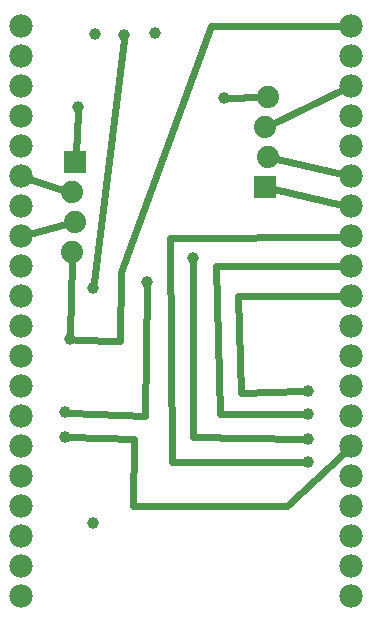
<source format=gbl>
G04 MADE WITH FRITZING*
G04 WWW.FRITZING.ORG*
G04 DOUBLE SIDED*
G04 HOLES PLATED*
G04 CONTOUR ON CENTER OF CONTOUR VECTOR*
%ASAXBY*%
%FSLAX23Y23*%
%MOIN*%
%OFA0B0*%
%SFA1.0B1.0*%
%ADD10C,0.039370*%
%ADD11C,0.078000*%
%ADD12C,0.074000*%
%ADD13C,0.024000*%
%ADD14R,0.001000X0.001000*%
%LNCOPPER0*%
G90*
G70*
G54D10*
X1030Y742D03*
X1030Y666D03*
X1030Y583D03*
X647Y1187D03*
X521Y1935D03*
X321Y1932D03*
X418Y1931D03*
G54D11*
X1172Y1958D03*
X1172Y1858D03*
X1172Y1758D03*
X1172Y1658D03*
X1172Y1558D03*
X1172Y1458D03*
X1172Y1358D03*
X1172Y1258D03*
X1172Y1158D03*
X1172Y1058D03*
X1172Y958D03*
X1172Y858D03*
X1172Y758D03*
X1172Y658D03*
X1172Y558D03*
X1172Y458D03*
X1172Y358D03*
X1172Y258D03*
X1172Y158D03*
X1172Y58D03*
X1172Y1958D03*
X1172Y1858D03*
X1172Y1758D03*
X1172Y1658D03*
X1172Y1558D03*
X1172Y1458D03*
X1172Y1358D03*
X1172Y1258D03*
X1172Y1158D03*
X1172Y1058D03*
X1172Y958D03*
X1172Y858D03*
X1172Y758D03*
X1172Y658D03*
X1172Y558D03*
X1172Y458D03*
X1172Y358D03*
X1172Y258D03*
X1172Y158D03*
X1172Y58D03*
X72Y1958D03*
X72Y1858D03*
X72Y1758D03*
X72Y1658D03*
X72Y1558D03*
X72Y1458D03*
X72Y1358D03*
X72Y1258D03*
X72Y1158D03*
X72Y1058D03*
X72Y958D03*
X72Y858D03*
X72Y758D03*
X72Y658D03*
X72Y558D03*
X72Y458D03*
X72Y358D03*
X72Y258D03*
X72Y158D03*
X72Y58D03*
X72Y1958D03*
X72Y1858D03*
X72Y1758D03*
X72Y1658D03*
X72Y1558D03*
X72Y1458D03*
X72Y1358D03*
X72Y1258D03*
X72Y1158D03*
X72Y1058D03*
X72Y958D03*
X72Y858D03*
X72Y758D03*
X72Y658D03*
X72Y558D03*
X72Y458D03*
X72Y358D03*
X72Y258D03*
X72Y158D03*
X72Y58D03*
G54D12*
X255Y1505D03*
X245Y1405D03*
X255Y1305D03*
X245Y1205D03*
X888Y1423D03*
X898Y1523D03*
X888Y1623D03*
X898Y1723D03*
G54D10*
X238Y915D03*
X315Y1087D03*
X219Y672D03*
X219Y589D03*
X315Y302D03*
X1030Y506D03*
X494Y1107D03*
X749Y1720D03*
X264Y1688D03*
G54D13*
X736Y666D02*
X725Y1158D01*
D02*
X1011Y666D02*
X736Y666D01*
D02*
X725Y1158D02*
X1142Y1158D01*
D02*
X797Y1060D02*
X807Y736D01*
D02*
X807Y736D02*
X1011Y742D01*
D02*
X1142Y1058D02*
X797Y1060D01*
D02*
X1011Y506D02*
X577Y506D01*
D02*
X577Y506D02*
X569Y1254D01*
D02*
X569Y1254D02*
X1142Y1257D01*
D02*
X647Y1168D02*
X647Y589D01*
D02*
X647Y589D02*
X1011Y583D01*
D02*
X960Y359D02*
X1150Y537D01*
D02*
X447Y361D02*
X960Y359D01*
D02*
X449Y583D02*
X447Y361D01*
D02*
X238Y589D02*
X449Y583D01*
D02*
X406Y1139D02*
X404Y909D01*
D02*
X404Y909D02*
X257Y914D01*
D02*
X706Y1958D02*
X406Y1139D01*
D02*
X1142Y1958D02*
X706Y1958D01*
D02*
X493Y1088D02*
X487Y659D01*
D02*
X487Y659D02*
X238Y671D01*
D02*
X215Y1414D02*
X101Y1449D01*
D02*
X225Y1298D02*
X101Y1265D01*
D02*
X317Y1106D02*
X416Y1912D01*
D02*
X1142Y1364D02*
X918Y1416D01*
D02*
X1143Y1465D02*
X928Y1516D01*
D02*
X1145Y1745D02*
X916Y1636D01*
D02*
X867Y1722D02*
X768Y1720D01*
D02*
X238Y934D02*
X244Y1174D01*
D02*
X263Y1669D02*
X256Y1536D01*
G54D14*
X218Y1543D02*
X291Y1543D01*
X218Y1542D02*
X291Y1542D01*
X218Y1541D02*
X291Y1541D01*
X218Y1540D02*
X291Y1540D01*
X218Y1539D02*
X291Y1539D01*
X218Y1538D02*
X291Y1538D01*
X218Y1537D02*
X291Y1537D01*
X218Y1536D02*
X291Y1536D01*
X218Y1535D02*
X291Y1535D01*
X218Y1534D02*
X291Y1534D01*
X218Y1533D02*
X291Y1533D01*
X218Y1532D02*
X291Y1532D01*
X218Y1531D02*
X291Y1531D01*
X218Y1530D02*
X291Y1530D01*
X218Y1529D02*
X291Y1529D01*
X218Y1528D02*
X291Y1528D01*
X218Y1527D02*
X291Y1527D01*
X218Y1526D02*
X249Y1526D01*
X259Y1526D02*
X291Y1526D01*
X218Y1525D02*
X246Y1525D01*
X262Y1525D02*
X291Y1525D01*
X218Y1524D02*
X244Y1524D01*
X264Y1524D02*
X291Y1524D01*
X218Y1523D02*
X242Y1523D01*
X266Y1523D02*
X291Y1523D01*
X218Y1522D02*
X241Y1522D01*
X267Y1522D02*
X291Y1522D01*
X218Y1521D02*
X240Y1521D01*
X268Y1521D02*
X291Y1521D01*
X218Y1520D02*
X239Y1520D01*
X269Y1520D02*
X291Y1520D01*
X218Y1519D02*
X238Y1519D01*
X270Y1519D02*
X291Y1519D01*
X218Y1518D02*
X237Y1518D01*
X271Y1518D02*
X291Y1518D01*
X218Y1517D02*
X237Y1517D01*
X272Y1517D02*
X291Y1517D01*
X218Y1516D02*
X236Y1516D01*
X272Y1516D02*
X291Y1516D01*
X218Y1515D02*
X236Y1515D01*
X273Y1515D02*
X291Y1515D01*
X218Y1514D02*
X235Y1514D01*
X273Y1514D02*
X291Y1514D01*
X218Y1513D02*
X235Y1513D01*
X274Y1513D02*
X291Y1513D01*
X218Y1512D02*
X235Y1512D01*
X274Y1512D02*
X291Y1512D01*
X218Y1511D02*
X234Y1511D01*
X274Y1511D02*
X291Y1511D01*
X218Y1510D02*
X234Y1510D01*
X274Y1510D02*
X291Y1510D01*
X218Y1509D02*
X234Y1509D01*
X274Y1509D02*
X291Y1509D01*
X218Y1508D02*
X234Y1508D01*
X275Y1508D02*
X291Y1508D01*
X218Y1507D02*
X234Y1507D01*
X275Y1507D02*
X291Y1507D01*
X218Y1506D02*
X234Y1506D01*
X275Y1506D02*
X291Y1506D01*
X218Y1505D02*
X234Y1505D01*
X275Y1505D02*
X291Y1505D01*
X218Y1504D02*
X234Y1504D01*
X274Y1504D02*
X291Y1504D01*
X218Y1503D02*
X234Y1503D01*
X274Y1503D02*
X291Y1503D01*
X218Y1502D02*
X234Y1502D01*
X274Y1502D02*
X291Y1502D01*
X218Y1501D02*
X235Y1501D01*
X274Y1501D02*
X291Y1501D01*
X218Y1500D02*
X235Y1500D01*
X273Y1500D02*
X291Y1500D01*
X218Y1499D02*
X235Y1499D01*
X273Y1499D02*
X291Y1499D01*
X218Y1498D02*
X236Y1498D01*
X273Y1498D02*
X291Y1498D01*
X218Y1497D02*
X236Y1497D01*
X272Y1497D02*
X291Y1497D01*
X218Y1496D02*
X237Y1496D01*
X272Y1496D02*
X291Y1496D01*
X218Y1495D02*
X237Y1495D01*
X271Y1495D02*
X291Y1495D01*
X218Y1494D02*
X238Y1494D01*
X270Y1494D02*
X291Y1494D01*
X218Y1493D02*
X239Y1493D01*
X269Y1493D02*
X291Y1493D01*
X218Y1492D02*
X240Y1492D01*
X268Y1492D02*
X291Y1492D01*
X218Y1491D02*
X241Y1491D01*
X267Y1491D02*
X291Y1491D01*
X218Y1490D02*
X242Y1490D01*
X266Y1490D02*
X291Y1490D01*
X218Y1489D02*
X244Y1489D01*
X264Y1489D02*
X291Y1489D01*
X218Y1488D02*
X246Y1488D01*
X262Y1488D02*
X291Y1488D01*
X218Y1487D02*
X250Y1487D01*
X259Y1487D02*
X291Y1487D01*
X218Y1486D02*
X291Y1486D01*
X218Y1485D02*
X291Y1485D01*
X218Y1484D02*
X291Y1484D01*
X218Y1483D02*
X291Y1483D01*
X218Y1482D02*
X291Y1482D01*
X218Y1481D02*
X291Y1481D01*
X218Y1480D02*
X291Y1480D01*
X218Y1479D02*
X291Y1479D01*
X218Y1478D02*
X291Y1478D01*
X218Y1477D02*
X291Y1477D01*
X218Y1476D02*
X291Y1476D01*
X218Y1475D02*
X291Y1475D01*
X218Y1474D02*
X291Y1474D01*
X218Y1473D02*
X291Y1473D01*
X218Y1472D02*
X291Y1472D01*
X218Y1471D02*
X291Y1471D01*
X218Y1470D02*
X291Y1470D01*
X851Y1460D02*
X924Y1460D01*
X851Y1459D02*
X924Y1459D01*
X851Y1458D02*
X924Y1458D01*
X851Y1457D02*
X924Y1457D01*
X851Y1456D02*
X924Y1456D01*
X851Y1455D02*
X924Y1455D01*
X851Y1454D02*
X924Y1454D01*
X851Y1453D02*
X924Y1453D01*
X851Y1452D02*
X924Y1452D01*
X851Y1451D02*
X924Y1451D01*
X851Y1450D02*
X924Y1450D01*
X851Y1449D02*
X924Y1449D01*
X851Y1448D02*
X924Y1448D01*
X851Y1447D02*
X924Y1447D01*
X851Y1446D02*
X924Y1446D01*
X851Y1445D02*
X924Y1445D01*
X851Y1444D02*
X924Y1444D01*
X851Y1443D02*
X881Y1443D01*
X894Y1443D02*
X924Y1443D01*
X851Y1442D02*
X879Y1442D01*
X897Y1442D02*
X924Y1442D01*
X851Y1441D02*
X877Y1441D01*
X899Y1441D02*
X924Y1441D01*
X851Y1440D02*
X875Y1440D01*
X900Y1440D02*
X924Y1440D01*
X851Y1439D02*
X874Y1439D01*
X901Y1439D02*
X924Y1439D01*
X851Y1438D02*
X873Y1438D01*
X902Y1438D02*
X924Y1438D01*
X851Y1437D02*
X872Y1437D01*
X903Y1437D02*
X924Y1437D01*
X851Y1436D02*
X871Y1436D01*
X904Y1436D02*
X924Y1436D01*
X851Y1435D02*
X870Y1435D01*
X905Y1435D02*
X924Y1435D01*
X851Y1434D02*
X870Y1434D01*
X905Y1434D02*
X924Y1434D01*
X851Y1433D02*
X869Y1433D01*
X906Y1433D02*
X924Y1433D01*
X851Y1432D02*
X869Y1432D01*
X906Y1432D02*
X924Y1432D01*
X851Y1431D02*
X868Y1431D01*
X907Y1431D02*
X924Y1431D01*
X851Y1430D02*
X868Y1430D01*
X907Y1430D02*
X924Y1430D01*
X851Y1429D02*
X868Y1429D01*
X907Y1429D02*
X924Y1429D01*
X851Y1428D02*
X868Y1428D01*
X908Y1428D02*
X924Y1428D01*
X851Y1427D02*
X867Y1427D01*
X908Y1427D02*
X924Y1427D01*
X851Y1426D02*
X867Y1426D01*
X908Y1426D02*
X924Y1426D01*
X851Y1425D02*
X867Y1425D01*
X908Y1425D02*
X924Y1425D01*
X851Y1424D02*
X867Y1424D01*
X908Y1424D02*
X924Y1424D01*
X851Y1423D02*
X867Y1423D01*
X908Y1423D02*
X924Y1423D01*
X851Y1422D02*
X867Y1422D01*
X908Y1422D02*
X924Y1422D01*
X851Y1421D02*
X867Y1421D01*
X908Y1421D02*
X924Y1421D01*
X851Y1420D02*
X868Y1420D01*
X908Y1420D02*
X924Y1420D01*
X851Y1419D02*
X868Y1419D01*
X907Y1419D02*
X924Y1419D01*
X851Y1418D02*
X868Y1418D01*
X907Y1418D02*
X924Y1418D01*
X851Y1417D02*
X868Y1417D01*
X907Y1417D02*
X924Y1417D01*
X851Y1416D02*
X869Y1416D01*
X906Y1416D02*
X924Y1416D01*
X851Y1415D02*
X869Y1415D01*
X906Y1415D02*
X924Y1415D01*
X851Y1414D02*
X870Y1414D01*
X905Y1414D02*
X924Y1414D01*
X851Y1413D02*
X870Y1413D01*
X905Y1413D02*
X924Y1413D01*
X851Y1412D02*
X871Y1412D01*
X904Y1412D02*
X924Y1412D01*
X851Y1411D02*
X872Y1411D01*
X903Y1411D02*
X924Y1411D01*
X851Y1410D02*
X873Y1410D01*
X902Y1410D02*
X924Y1410D01*
X851Y1409D02*
X874Y1409D01*
X901Y1409D02*
X924Y1409D01*
X851Y1408D02*
X875Y1408D01*
X900Y1408D02*
X924Y1408D01*
X851Y1407D02*
X877Y1407D01*
X899Y1407D02*
X924Y1407D01*
X851Y1406D02*
X879Y1406D01*
X897Y1406D02*
X924Y1406D01*
X851Y1405D02*
X881Y1405D01*
X894Y1405D02*
X924Y1405D01*
X851Y1404D02*
X924Y1404D01*
X851Y1403D02*
X924Y1403D01*
X851Y1402D02*
X924Y1402D01*
X851Y1401D02*
X924Y1401D01*
X851Y1400D02*
X924Y1400D01*
X851Y1399D02*
X924Y1399D01*
X851Y1398D02*
X924Y1398D01*
X851Y1397D02*
X924Y1397D01*
X851Y1396D02*
X924Y1396D01*
X851Y1395D02*
X924Y1395D01*
X851Y1394D02*
X924Y1394D01*
X851Y1393D02*
X924Y1393D01*
X851Y1392D02*
X924Y1392D01*
X851Y1391D02*
X924Y1391D01*
X851Y1390D02*
X924Y1390D01*
X851Y1389D02*
X924Y1389D01*
X851Y1388D02*
X924Y1388D01*
X852Y1387D02*
X924Y1387D01*
D02*
G04 End of Copper0*
M02*
</source>
